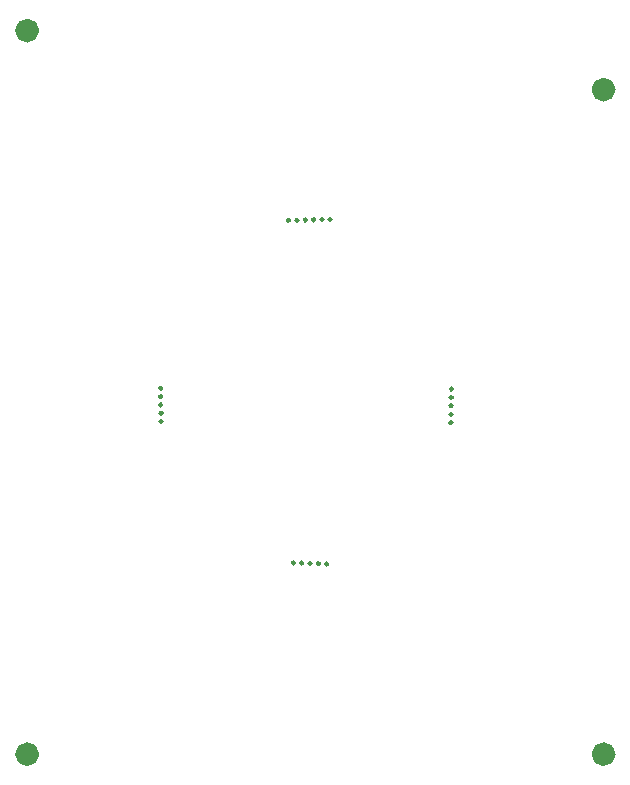
<source format=gbr>
%TF.GenerationSoftware,KiCad,Pcbnew,8.0.0*%
%TF.CreationDate,2024-03-08T11:25:02-06:00*%
%TF.ProjectId,untitled,756e7469-746c-4656-942e-6b696361645f,rev?*%
%TF.SameCoordinates,Original*%
%TF.FileFunction,Profile,NP*%
%FSLAX46Y46*%
G04 Gerber Fmt 4.6, Leading zero omitted, Abs format (unit mm)*
G04 Created by KiCad (PCBNEW 8.0.0) date 2024-03-08 11:25:02*
%MOMM*%
%LPD*%
G01*
G04 APERTURE LIST*
%TA.AperFunction,Profile*%
%ADD10C,1.025000*%
%TD*%
%TA.AperFunction,Profile*%
%ADD11C,0.225000*%
%TD*%
G04 APERTURE END LIST*
D10*
X-14434690Y-16022620D02*
G75*
G02*
X-15459690Y-16022620I-512500J0D01*
G01*
X-15459690Y-16022620D02*
G75*
G02*
X-14434690Y-16022620I512500J0D01*
G01*
X-14434690Y45240830D02*
G75*
G02*
X-15459690Y45240830I-512500J0D01*
G01*
X-15459690Y45240830D02*
G75*
G02*
X-14434690Y45240830I512500J0D01*
G01*
X34367880Y-16022620D02*
G75*
G02*
X33342880Y-16022620I-512500J0D01*
G01*
X33342880Y-16022620D02*
G75*
G02*
X34367880Y-16022620I512500J0D01*
G01*
X34367880Y40240840D02*
G75*
G02*
X33342880Y40240840I-512500J0D01*
G01*
X33342880Y40240840D02*
G75*
G02*
X34367880Y40240840I512500J0D01*
G01*
D11*
X-3490590Y12151230D02*
G75*
G02*
X-3715590Y12151230I-112500J0D01*
G01*
X-3715590Y12151230D02*
G75*
G02*
X-3490590Y12151230I112500J0D01*
G01*
X-3494730Y12850950D02*
G75*
G02*
X-3719730Y12850950I-112500J0D01*
G01*
X-3719730Y12850950D02*
G75*
G02*
X-3494730Y12850950I112500J0D01*
G01*
X-3519570Y13550670D02*
G75*
G02*
X-3744570Y13550670I-112500J0D01*
G01*
X-3744570Y13550670D02*
G75*
G02*
X-3519570Y13550670I112500J0D01*
G01*
X-3529940Y14258670D02*
G75*
G02*
X-3754940Y14258670I-112500J0D01*
G01*
X-3754940Y14258670D02*
G75*
G02*
X-3529940Y14258670I112500J0D01*
G01*
X-3517520Y14961490D02*
G75*
G02*
X-3742520Y14961490I-112500J0D01*
G01*
X-3742520Y14961490D02*
G75*
G02*
X-3517520Y14961490I112500J0D01*
G01*
X21087570Y14882800D02*
G75*
G02*
X20862570Y14882800I-112500J0D01*
G01*
X20862570Y14882800D02*
G75*
G02*
X21087570Y14882800I112500J0D01*
G01*
X21075150Y14176880D02*
G75*
G02*
X20850150Y14176880I-112500J0D01*
G01*
X20850150Y14176880D02*
G75*
G02*
X21075150Y14176880I112500J0D01*
G01*
X21052390Y13470970D02*
G75*
G02*
X20827390Y13470970I-112500J0D01*
G01*
X20827390Y13470970D02*
G75*
G02*
X21052390Y13470970I112500J0D01*
G01*
X21046160Y12755930D02*
G75*
G02*
X20821160Y12755930I-112500J0D01*
G01*
X20821160Y12755930D02*
G75*
G02*
X21046160Y12755930I112500J0D01*
G01*
X21033740Y12054130D02*
G75*
G02*
X20808740Y12054130I-112500J0D01*
G01*
X20808740Y12054130D02*
G75*
G02*
X21033740Y12054130I112500J0D01*
G01*
X7296560Y29174190D02*
G75*
G02*
X7071560Y29174190I-112500J0D01*
G01*
X7071560Y29174190D02*
G75*
G02*
X7296560Y29174190I112500J0D01*
G01*
X8013830Y29186810D02*
G75*
G02*
X7788830Y29186810I-112500J0D01*
G01*
X7788830Y29186810D02*
G75*
G02*
X8013830Y29186810I112500J0D01*
G01*
X7702860Y180520D02*
G75*
G02*
X7477860Y180520I-112500J0D01*
G01*
X7477860Y180520D02*
G75*
G02*
X7702860Y180520I112500J0D01*
G01*
X8404100Y152350D02*
G75*
G02*
X8179100Y152350I-112500J0D01*
G01*
X8179100Y152350D02*
G75*
G02*
X8404100Y152350I112500J0D01*
G01*
X9107910Y124210D02*
G75*
G02*
X8882910Y124210I-112500J0D01*
G01*
X8882910Y124210D02*
G75*
G02*
X9107910Y124210I112500J0D01*
G01*
X9821950Y108860D02*
G75*
G02*
X9596950Y108860I-112500J0D01*
G01*
X9596950Y108860D02*
G75*
G02*
X9821950Y108860I112500J0D01*
G01*
X10525760Y75590D02*
G75*
G02*
X10300760Y75590I-112500J0D01*
G01*
X10300760Y75590D02*
G75*
G02*
X10525760Y75590I112500J0D01*
G01*
X8711820Y29207660D02*
G75*
G02*
X8486820Y29207660I-112500J0D01*
G01*
X8486820Y29207660D02*
G75*
G02*
X8711820Y29207660I112500J0D01*
G01*
X9412610Y29229910D02*
G75*
G02*
X9187610Y29229910I-112500J0D01*
G01*
X9187610Y29229910D02*
G75*
G02*
X9412610Y29229910I112500J0D01*
G01*
X10121750Y29249370D02*
G75*
G02*
X9896750Y29249370I-112500J0D01*
G01*
X9896750Y29249370D02*
G75*
G02*
X10121750Y29249370I112500J0D01*
G01*
X10811410Y29271620D02*
G75*
G02*
X10586410Y29271620I-112500J0D01*
G01*
X10586410Y29271620D02*
G75*
G02*
X10811410Y29271620I112500J0D01*
G01*
M02*

</source>
